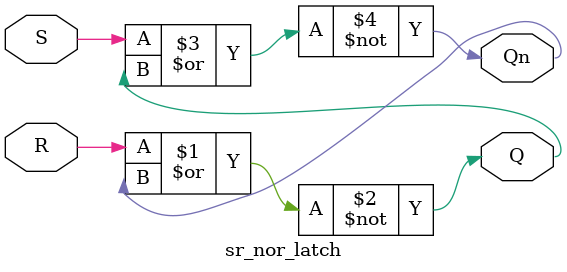
<source format=v>
`timescale 1ns / 1ps


module sr_nor_latch (
    input wire S,
    input wire R,
    output wire Q,
    output wire Qn
);

assign Q = ~(R | Qn);
assign Qn = ~(S | Q);

endmodule


</source>
